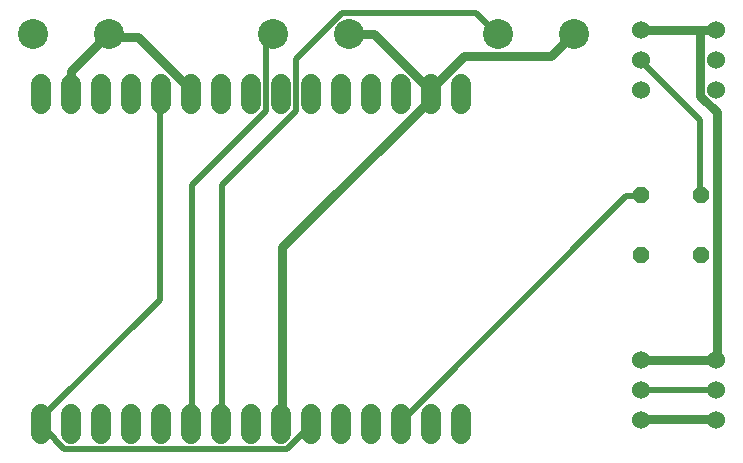
<source format=gbr>
G04 EAGLE Gerber RS-274X export*
G75*
%MOMM*%
%FSLAX34Y34*%
%LPD*%
%INTop Copper*%
%IPPOS*%
%AMOC8*
5,1,8,0,0,1.08239X$1,22.5*%
G01*
%ADD10C,1.524000*%
%ADD11P,1.429621X8X22.500000*%
%ADD12C,2.540000*%
%ADD13C,1.676400*%
%ADD14C,0.762000*%
%ADD15C,0.508000*%


D10*
X546100Y317500D03*
X546100Y342900D03*
X546100Y368300D03*
X609600Y38100D03*
X609600Y63500D03*
X609600Y88900D03*
X609600Y317500D03*
X609600Y342900D03*
X609600Y368300D03*
X546100Y38100D03*
X546100Y63500D03*
X546100Y88900D03*
D11*
X546100Y228600D03*
X596900Y228600D03*
X546100Y177800D03*
X596900Y177800D03*
D12*
X31000Y365000D03*
X96000Y365000D03*
X424700Y365000D03*
X489700Y365000D03*
X234200Y365000D03*
X299200Y365000D03*
D13*
X393700Y322682D02*
X393700Y305918D01*
X368300Y305918D02*
X368300Y322682D01*
X342900Y322682D02*
X342900Y305918D01*
X317500Y305918D02*
X317500Y322682D01*
X292100Y322682D02*
X292100Y305918D01*
X266700Y305918D02*
X266700Y322682D01*
X241300Y322682D02*
X241300Y305918D01*
X215900Y305918D02*
X215900Y322682D01*
X190500Y322682D02*
X190500Y305918D01*
X165100Y305918D02*
X165100Y322682D01*
X139700Y322682D02*
X139700Y305918D01*
X114300Y305918D02*
X114300Y322682D01*
X88900Y322682D02*
X88900Y305918D01*
X63500Y305918D02*
X63500Y322682D01*
X38100Y322682D02*
X38100Y305918D01*
X38100Y43282D02*
X38100Y26518D01*
X63500Y26518D02*
X63500Y43282D01*
X88900Y43282D02*
X88900Y26518D01*
X114300Y26518D02*
X114300Y43282D01*
X139700Y43282D02*
X139700Y26518D01*
X165100Y26518D02*
X165100Y43282D01*
X190500Y43282D02*
X190500Y26518D01*
X215900Y26518D02*
X215900Y43282D01*
X241300Y43282D02*
X241300Y26518D01*
X266700Y26518D02*
X266700Y43282D01*
X292100Y43282D02*
X292100Y26518D01*
X317500Y26518D02*
X317500Y43282D01*
X342900Y43282D02*
X342900Y26518D01*
X368300Y26518D02*
X368300Y43282D01*
X393700Y43282D02*
X393700Y26518D01*
D14*
X546250Y88750D02*
X608750Y88750D01*
X546250Y88750D02*
X546100Y88900D01*
X608750Y88750D02*
X609600Y88900D01*
X608750Y368750D02*
X596250Y368750D01*
X546250Y368750D01*
X546100Y368300D01*
X608750Y368750D02*
X609600Y368300D01*
X610000Y298750D02*
X610000Y92500D01*
X610000Y298750D02*
X596250Y312500D01*
X596250Y368750D01*
X610000Y92500D02*
X609600Y88900D01*
D15*
X545000Y227500D02*
X533750Y227500D01*
X343750Y37500D01*
X343750Y35000D01*
X545000Y227500D02*
X546100Y228600D01*
X343750Y35000D02*
X342900Y34900D01*
D14*
X63750Y315000D02*
X63750Y333750D01*
X95000Y365000D01*
X63750Y315000D02*
X63500Y314300D01*
X95000Y365000D02*
X96000Y365000D01*
X165000Y317500D02*
X165000Y315000D01*
X165000Y317500D02*
X120000Y362500D01*
X98750Y362500D01*
X165000Y315000D02*
X165100Y314300D01*
X98750Y362500D02*
X96000Y365000D01*
X367500Y317500D02*
X367500Y315000D01*
X367500Y317500D02*
X320000Y365000D01*
X299200Y365000D01*
X367500Y315000D02*
X368300Y314300D01*
X546250Y38750D02*
X608750Y38750D01*
X546250Y38750D02*
X546100Y38100D01*
X608750Y38750D02*
X609600Y38100D01*
X370000Y320000D02*
X396250Y346250D01*
X470000Y346250D01*
X488750Y365000D01*
X370000Y320000D02*
X368300Y314300D01*
X488750Y365000D02*
X489700Y365000D01*
X242500Y185000D02*
X242500Y35000D01*
X242500Y185000D02*
X368750Y311250D01*
X242500Y35000D02*
X241300Y34900D01*
X368750Y311250D02*
X368300Y314300D01*
D15*
X166250Y237500D02*
X166250Y35000D01*
X166250Y237500D02*
X228750Y300000D01*
X228750Y360000D01*
X233750Y365000D01*
X166250Y35000D02*
X165100Y34900D01*
X233750Y365000D02*
X234200Y365000D01*
X546250Y63750D02*
X608750Y63750D01*
X609600Y63500D01*
X546250Y63750D02*
X546100Y63500D01*
X596250Y228750D02*
X596250Y292500D01*
X546250Y342500D01*
X596250Y228750D02*
X596900Y228600D01*
X546250Y342500D02*
X546100Y342900D01*
X191250Y237500D02*
X191250Y35000D01*
X191250Y237500D02*
X253750Y300000D01*
X253750Y343750D01*
X292500Y382500D01*
X406250Y382500D01*
X423750Y365000D01*
X191250Y35000D02*
X190500Y34900D01*
X423750Y365000D02*
X424700Y365000D01*
X50000Y22500D02*
X38750Y33750D01*
X50000Y22500D02*
X50000Y21250D01*
X57500Y13750D01*
X246250Y13750D01*
X266250Y33750D01*
X38750Y33750D02*
X38100Y34900D01*
X266250Y33750D02*
X266700Y34900D01*
X138750Y140000D02*
X138750Y313750D01*
X138750Y140000D02*
X40000Y41250D01*
X40000Y36250D01*
X138750Y313750D02*
X139700Y314300D01*
X40000Y36250D02*
X38100Y34900D01*
M02*

</source>
